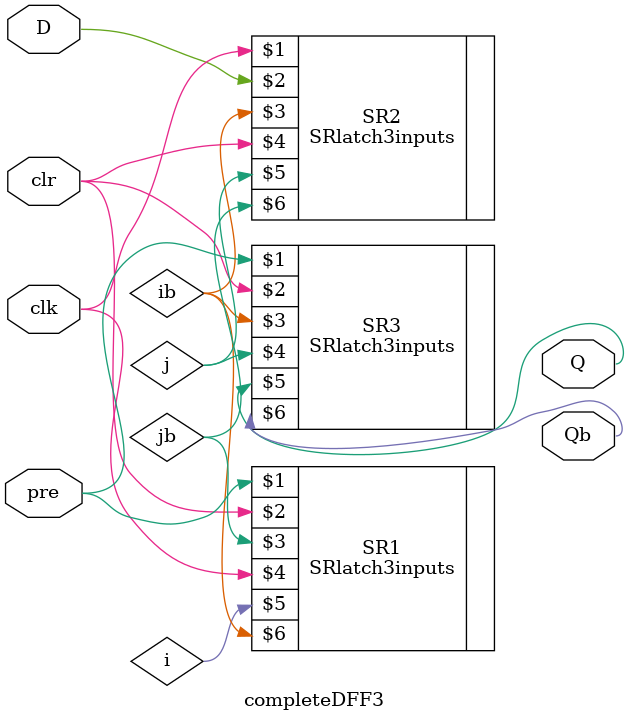
<source format=v>
`timescale  1ns/1ns
module completeDFF3(input D, clk, clr, pre, output Q, Qb);
	wire i, ib, j, jb;
	SRlatch3inputs SR1(pre, clr, jb, clk, i, ib), SR2(clk, D, ib, clr, j, jb), SR3(pre, clr, ib, j, Q, Qb);
endmodule

</source>
